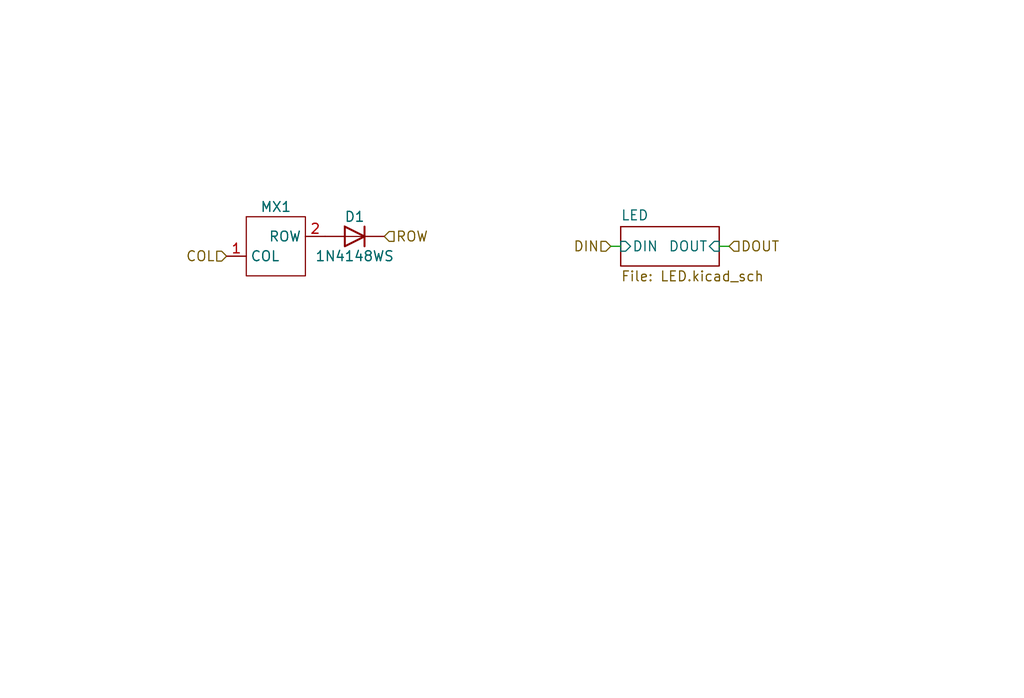
<source format=kicad_sch>
(kicad_sch (version 20211123) (generator eeschema)
  (paper "User" 132.004 89.9922)
  (title_block (title "Skey") (date "2022-06-07") (rev "0") (company "Skaytacium Inc."))
  (lib_symbols
    (symbol "Diode:1N4148WS" (pin_numbers hide) (pin_names (offset 1.016) hide)
      (property "Reference" "D" (at 0 2.54 0))
      (property "Value" "1N4148WS" (at 0 -2.54 0))
      (symbol "1N4148WS_0_1"
        (polyline (pts (xy -1.27 1.27) (xy -1.27 -1.27)) (stroke (width 0.254)))
        (polyline (pts (xy 1.27 0) (xy -1.27 0)))
        (polyline (pts (xy 1.27 1.27) (xy 1.27 -1.27) (xy -1.27 0) (xy 1.27 1.27)) (stroke (width 0.254)))
      )
      (symbol "1N4148WS_1_1"
        (pin passive line (at -3.81 0 0) (length 2.54) (name "K") (number "1"))
        (pin passive line (at 3.81 0 180) (length 2.54) (name "A") (number "2"))
      )
    )
    (symbol "Skayboard:MX" (in_bom no)
      (property "Reference" "MX" (at -2.54 5.08 0))
      (symbol "MX_0_1"
        (rectangle (start -3.81 3.81) (end 3.81 -3.81))
      )
      (symbol "MX_1_1"
        (pin input line (at -6.35 -1.27 0) (length 2.54) (name "COL") (number "1"))
        (pin output line (at 6.35 1.27 180) (length 2.54) (name "ROW") (number "2"))
      )
    )
  )
  (wire (pts (xy 78.74 31.75) (xy 80.01 31.75)))
  (wire (pts (xy 92.71 31.75) (xy 93.98 31.75)))
  (hierarchical_label "DOUT" (shape input) (at 93.98 31.75 0))
  (hierarchical_label "ROW" (shape input) (at 49.53 30.48 0))
  (hierarchical_label "COL" (shape input) (at 29.21 33.02 180))
  (hierarchical_label "DIN" (shape input) (at 78.74 31.75 180))
  (symbol (lib_id "Diode:1N4148WS") (at 45.72 30.48 0) (mirror y) (unit 1)
    (property "Reference" "D1" (at 45.72 27.94 0))
    (property "Value" "1N4148WS" (at 45.72 33.02 0))
    (property "Footprint" "Diode_SMD:D_SOD-323" (effects hide))
    (property "Datasheet" "https://www.vishay.com/docs/85751/1n4148ws.pdf" (effects hide))
  )
  (symbol (lib_id "Skayboard:MX") (at 35.56 31.75 0) (unit 1) (in_bom no)
    (property "Reference" "MX1" (at 35.56 26.67 0))
    (property "Value" "MX" (effects hide))
    (property "Datasheet" "https://cdn.sparkfun.com/datasheets/Components/Switches/MX%20Series.pdf" (effects hide))
  )
  (sheet (at 80.01 29.21) (size 12.7 5.08) (stroke (width 0.1524))
    (property "Sheet name" "LED" (at 80.01 28.4984 0) (effects (justify left bottom)))
    (property "Sheet file" "LED.kicad_sch" (at 80.01 34.8746 0) (effects (justify left top)))
    (pin "DIN" input (at 80.01 31.75 180))
    (pin "DOUT" input (at 92.71 31.75 0))
  )
)
</source>
